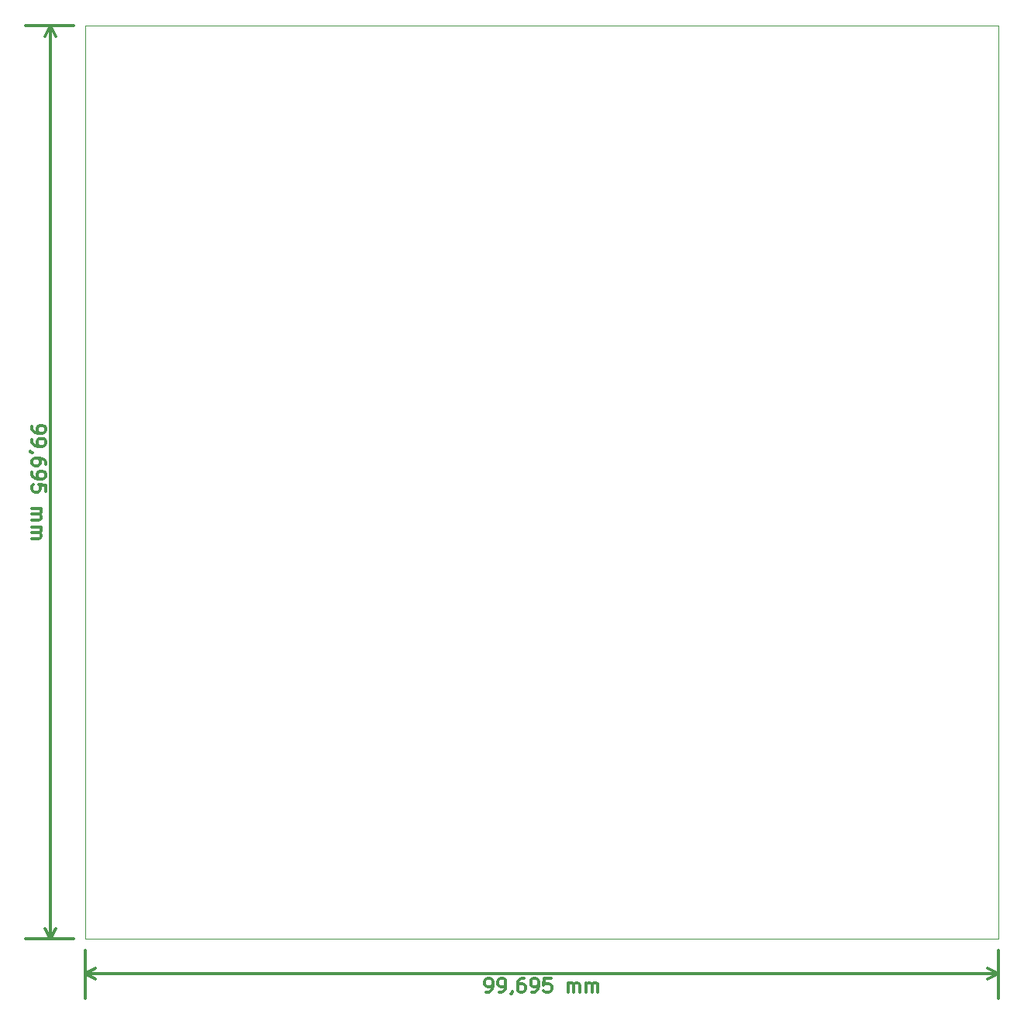
<source format=gbr>
G04 #@! TF.GenerationSoftware,KiCad,Pcbnew,(5.1.8)-1*
G04 #@! TF.CreationDate,2020-12-25T10:48:06+01:00*
G04 #@! TF.ProjectId,VDP-Composite,5644502d-436f-46d7-906f-736974652e6b,v1.0*
G04 #@! TF.SameCoordinates,Original*
G04 #@! TF.FileFunction,Profile,NP*
%FSLAX46Y46*%
G04 Gerber Fmt 4.6, Leading zero omitted, Abs format (unit mm)*
G04 Created by KiCad (PCBNEW (5.1.8)-1) date 2020-12-25 10:48:06*
%MOMM*%
%LPD*%
G01*
G04 APERTURE LIST*
G04 #@! TA.AperFunction,Profile*
%ADD10C,0.100000*%
G04 #@! TD*
%ADD11C,0.300000*%
G04 #@! TA.AperFunction,Profile*
%ADD12C,0.300000*%
G04 #@! TD*
G04 APERTURE END LIST*
D10*
X146050000Y-234315000D02*
X46355000Y-234315000D01*
X146050000Y-134620000D02*
X146050000Y-234315000D01*
X46355000Y-134620000D02*
X146050000Y-134620000D01*
X46355000Y-234315000D02*
X46355000Y-134620000D01*
D11*
X90131071Y-240153570D02*
X90416785Y-240153570D01*
X90559642Y-240082141D01*
X90631071Y-240010713D01*
X90773928Y-239796427D01*
X90845357Y-239510713D01*
X90845357Y-238939284D01*
X90773928Y-238796427D01*
X90702500Y-238724999D01*
X90559642Y-238653570D01*
X90273928Y-238653570D01*
X90131071Y-238724999D01*
X90059642Y-238796427D01*
X89988214Y-238939284D01*
X89988214Y-239296427D01*
X90059642Y-239439284D01*
X90131071Y-239510713D01*
X90273928Y-239582141D01*
X90559642Y-239582141D01*
X90702500Y-239510713D01*
X90773928Y-239439284D01*
X90845357Y-239296427D01*
X91559642Y-240153570D02*
X91845357Y-240153570D01*
X91988214Y-240082141D01*
X92059642Y-240010713D01*
X92202500Y-239796427D01*
X92273928Y-239510713D01*
X92273928Y-238939284D01*
X92202500Y-238796427D01*
X92131071Y-238724999D01*
X91988214Y-238653570D01*
X91702500Y-238653570D01*
X91559642Y-238724999D01*
X91488214Y-238796427D01*
X91416785Y-238939284D01*
X91416785Y-239296427D01*
X91488214Y-239439284D01*
X91559642Y-239510713D01*
X91702500Y-239582141D01*
X91988214Y-239582141D01*
X92131071Y-239510713D01*
X92202500Y-239439284D01*
X92273928Y-239296427D01*
X92988214Y-240082141D02*
X92988214Y-240153570D01*
X92916785Y-240296427D01*
X92845357Y-240367856D01*
X94273928Y-238653570D02*
X93988214Y-238653570D01*
X93845357Y-238724999D01*
X93773928Y-238796427D01*
X93631071Y-239010713D01*
X93559642Y-239296427D01*
X93559642Y-239867856D01*
X93631071Y-240010713D01*
X93702500Y-240082141D01*
X93845357Y-240153570D01*
X94131071Y-240153570D01*
X94273928Y-240082141D01*
X94345357Y-240010713D01*
X94416785Y-239867856D01*
X94416785Y-239510713D01*
X94345357Y-239367856D01*
X94273928Y-239296427D01*
X94131071Y-239224999D01*
X93845357Y-239224999D01*
X93702500Y-239296427D01*
X93631071Y-239367856D01*
X93559642Y-239510713D01*
X95131071Y-240153570D02*
X95416785Y-240153570D01*
X95559642Y-240082141D01*
X95631071Y-240010713D01*
X95773928Y-239796427D01*
X95845357Y-239510713D01*
X95845357Y-238939284D01*
X95773928Y-238796427D01*
X95702500Y-238724999D01*
X95559642Y-238653570D01*
X95273928Y-238653570D01*
X95131071Y-238724999D01*
X95059642Y-238796427D01*
X94988214Y-238939284D01*
X94988214Y-239296427D01*
X95059642Y-239439284D01*
X95131071Y-239510713D01*
X95273928Y-239582141D01*
X95559642Y-239582141D01*
X95702500Y-239510713D01*
X95773928Y-239439284D01*
X95845357Y-239296427D01*
X97202500Y-238653570D02*
X96488214Y-238653570D01*
X96416785Y-239367856D01*
X96488214Y-239296427D01*
X96631071Y-239224999D01*
X96988214Y-239224999D01*
X97131071Y-239296427D01*
X97202500Y-239367856D01*
X97273928Y-239510713D01*
X97273928Y-239867856D01*
X97202500Y-240010713D01*
X97131071Y-240082141D01*
X96988214Y-240153570D01*
X96631071Y-240153570D01*
X96488214Y-240082141D01*
X96416785Y-240010713D01*
X99059642Y-240153570D02*
X99059642Y-239153570D01*
X99059642Y-239296427D02*
X99131071Y-239224999D01*
X99273928Y-239153570D01*
X99488214Y-239153570D01*
X99631071Y-239224999D01*
X99702500Y-239367856D01*
X99702500Y-240153570D01*
X99702500Y-239367856D02*
X99773928Y-239224999D01*
X99916785Y-239153570D01*
X100131071Y-239153570D01*
X100273928Y-239224999D01*
X100345357Y-239367856D01*
X100345357Y-240153570D01*
X101059642Y-240153570D02*
X101059642Y-239153570D01*
X101059642Y-239296427D02*
X101131071Y-239224999D01*
X101273928Y-239153570D01*
X101488214Y-239153570D01*
X101631071Y-239224999D01*
X101702500Y-239367856D01*
X101702500Y-240153570D01*
X101702500Y-239367856D02*
X101773928Y-239224999D01*
X101916785Y-239153570D01*
X102131071Y-239153570D01*
X102273928Y-239224999D01*
X102345357Y-239367856D01*
X102345357Y-240153570D01*
D12*
X46355000Y-238124999D02*
X146050000Y-238124999D01*
X46355000Y-235585000D02*
X46355000Y-240824999D01*
X146050000Y-235585000D02*
X146050000Y-240824999D01*
X146050000Y-238124999D02*
X144923497Y-238711419D01*
X146050000Y-238124999D02*
X144923497Y-237538579D01*
X46355000Y-238124999D02*
X47481503Y-238711419D01*
X46355000Y-238124999D02*
X47481503Y-237538579D01*
D11*
X40516429Y-178396071D02*
X40516429Y-178681785D01*
X40587858Y-178824642D01*
X40659286Y-178896071D01*
X40873572Y-179038928D01*
X41159286Y-179110357D01*
X41730715Y-179110357D01*
X41873572Y-179038928D01*
X41945001Y-178967500D01*
X42016429Y-178824642D01*
X42016429Y-178538928D01*
X41945001Y-178396071D01*
X41873572Y-178324642D01*
X41730715Y-178253214D01*
X41373572Y-178253214D01*
X41230715Y-178324642D01*
X41159286Y-178396071D01*
X41087858Y-178538928D01*
X41087858Y-178824642D01*
X41159286Y-178967500D01*
X41230715Y-179038928D01*
X41373572Y-179110357D01*
X40516429Y-179824642D02*
X40516429Y-180110357D01*
X40587858Y-180253214D01*
X40659286Y-180324642D01*
X40873572Y-180467500D01*
X41159286Y-180538928D01*
X41730715Y-180538928D01*
X41873572Y-180467500D01*
X41945001Y-180396071D01*
X42016429Y-180253214D01*
X42016429Y-179967500D01*
X41945001Y-179824642D01*
X41873572Y-179753214D01*
X41730715Y-179681785D01*
X41373572Y-179681785D01*
X41230715Y-179753214D01*
X41159286Y-179824642D01*
X41087858Y-179967500D01*
X41087858Y-180253214D01*
X41159286Y-180396071D01*
X41230715Y-180467500D01*
X41373572Y-180538928D01*
X40587858Y-181253214D02*
X40516429Y-181253214D01*
X40373572Y-181181785D01*
X40302143Y-181110357D01*
X42016429Y-182538928D02*
X42016429Y-182253214D01*
X41945001Y-182110357D01*
X41873572Y-182038928D01*
X41659286Y-181896071D01*
X41373572Y-181824642D01*
X40802143Y-181824642D01*
X40659286Y-181896071D01*
X40587858Y-181967500D01*
X40516429Y-182110357D01*
X40516429Y-182396071D01*
X40587858Y-182538928D01*
X40659286Y-182610357D01*
X40802143Y-182681785D01*
X41159286Y-182681785D01*
X41302143Y-182610357D01*
X41373572Y-182538928D01*
X41445001Y-182396071D01*
X41445001Y-182110357D01*
X41373572Y-181967500D01*
X41302143Y-181896071D01*
X41159286Y-181824642D01*
X40516429Y-183396071D02*
X40516429Y-183681785D01*
X40587858Y-183824642D01*
X40659286Y-183896071D01*
X40873572Y-184038928D01*
X41159286Y-184110357D01*
X41730715Y-184110357D01*
X41873572Y-184038928D01*
X41945001Y-183967500D01*
X42016429Y-183824642D01*
X42016429Y-183538928D01*
X41945001Y-183396071D01*
X41873572Y-183324642D01*
X41730715Y-183253214D01*
X41373572Y-183253214D01*
X41230715Y-183324642D01*
X41159286Y-183396071D01*
X41087858Y-183538928D01*
X41087858Y-183824642D01*
X41159286Y-183967500D01*
X41230715Y-184038928D01*
X41373572Y-184110357D01*
X42016429Y-185467500D02*
X42016429Y-184753214D01*
X41302143Y-184681785D01*
X41373572Y-184753214D01*
X41445001Y-184896071D01*
X41445001Y-185253214D01*
X41373572Y-185396071D01*
X41302143Y-185467500D01*
X41159286Y-185538928D01*
X40802143Y-185538928D01*
X40659286Y-185467500D01*
X40587858Y-185396071D01*
X40516429Y-185253214D01*
X40516429Y-184896071D01*
X40587858Y-184753214D01*
X40659286Y-184681785D01*
X40516429Y-187324642D02*
X41516429Y-187324642D01*
X41373572Y-187324642D02*
X41445001Y-187396071D01*
X41516429Y-187538928D01*
X41516429Y-187753214D01*
X41445001Y-187896071D01*
X41302143Y-187967500D01*
X40516429Y-187967500D01*
X41302143Y-187967500D02*
X41445001Y-188038928D01*
X41516429Y-188181785D01*
X41516429Y-188396071D01*
X41445001Y-188538928D01*
X41302143Y-188610357D01*
X40516429Y-188610357D01*
X40516429Y-189324642D02*
X41516429Y-189324642D01*
X41373572Y-189324642D02*
X41445001Y-189396071D01*
X41516429Y-189538928D01*
X41516429Y-189753214D01*
X41445001Y-189896071D01*
X41302143Y-189967500D01*
X40516429Y-189967500D01*
X41302143Y-189967500D02*
X41445001Y-190038928D01*
X41516429Y-190181785D01*
X41516429Y-190396071D01*
X41445001Y-190538928D01*
X41302143Y-190610357D01*
X40516429Y-190610357D01*
D12*
X42545001Y-134620000D02*
X42545001Y-234315000D01*
X45085000Y-134620000D02*
X39845001Y-134620000D01*
X45085000Y-234315000D02*
X39845001Y-234315000D01*
X42545001Y-234315000D02*
X41958581Y-233188497D01*
X42545001Y-234315000D02*
X43131421Y-233188497D01*
X42545001Y-134620000D02*
X41958581Y-135746503D01*
X42545001Y-134620000D02*
X43131421Y-135746503D01*
M02*

</source>
